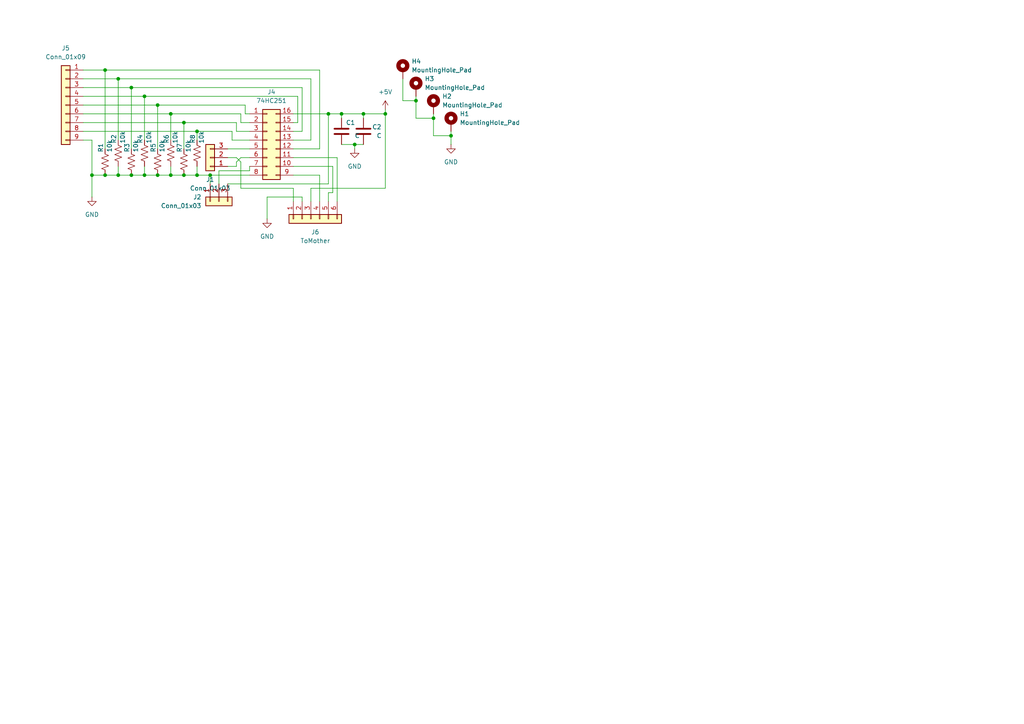
<source format=kicad_sch>
(kicad_sch (version 20231120) (generator "eeschema") (generator_version "8.0")
  (paper "A4")
  (lib_symbols
    (symbol "Connector_Generic:Conn_01x03" (pin_names (offset 1.016) hide)
      (property "Reference" "J" (at 0 5.08 0))
      (property "Value" "Conn_01x03" (at 0 -5.08 0))
      (symbol "Conn_01x03_1_1"
        (rectangle (start -1.27 -2.413) (end 0 -2.667) (stroke (width 0.1524)))
        (rectangle (start -1.27 0.127) (end 0 -0.127) (stroke (width 0.1524)))
        (rectangle (start -1.27 2.667) (end 0 2.413) (stroke (width 0.1524)))
        (rectangle (start -1.27 3.81) (end 1.27 -3.81) (stroke (width 0.254)) (fill (type background)))
        (pin passive line (at -5.08 2.54 0) (length 3.81) (name "Pin_1") (number "1"))
        (pin passive line (at -5.08 0 0) (length 3.81) (name "Pin_2") (number "2"))
        (pin passive line (at -5.08 -2.54 0) (length 3.81) (name "Pin_3") (number "3"))
      )
    )
    (symbol "Connector_Generic:Conn_01x06" (pin_names (offset 1.016) hide)
      (property "Reference" "J" (at 0 7.62 0))
      (property "Value" "Conn_01x06" (at 0 -10.16 0))
      (symbol "Conn_01x06_1_1"
        (rectangle (start -1.27 -7.493) (end 0 -7.747) (stroke (width 0.1524)))
        (rectangle (start -1.27 -4.953) (end 0 -5.207) (stroke (width 0.1524)))
        (rectangle (start -1.27 -2.413) (end 0 -2.667) (stroke (width 0.1524)))
        (rectangle (start -1.27 0.127) (end 0 -0.127) (stroke (width 0.1524)))
        (rectangle (start -1.27 2.667) (end 0 2.413) (stroke (width 0.1524)))
        (rectangle (start -1.27 5.207) (end 0 4.953) (stroke (width 0.1524)))
        (rectangle (start -1.27 6.35) (end 1.27 -8.89) (stroke (width 0.254)) (fill (type background)))
        (pin passive line (at -5.08 5.08 0) (length 3.81) (name "Pin_1") (number "1"))
        (pin passive line (at -5.08 2.54 0) (length 3.81) (name "Pin_2") (number "2"))
        (pin passive line (at -5.08 0 0) (length 3.81) (name "Pin_3") (number "3"))
        (pin passive line (at -5.08 -2.54 0) (length 3.81) (name "Pin_4") (number "4"))
        (pin passive line (at -5.08 -5.08 0) (length 3.81) (name "Pin_5") (number "5"))
        (pin passive line (at -5.08 -7.62 0) (length 3.81) (name "Pin_6") (number "6"))
      )
    )
    (symbol "Connector_Generic:Conn_01x09" (pin_names (offset 1.016) hide)
      (property "Reference" "J" (at 0 12.7 0))
      (property "Value" "Conn_01x09" (at 0 -12.7 0))
      (symbol "Conn_01x09_1_1"
        (rectangle (start -1.27 -10.033) (end 0 -10.287) (stroke (width 0.1524)))
        (rectangle (start -1.27 -7.493) (end 0 -7.747) (stroke (width 0.1524)))
        (rectangle (start -1.27 -4.953) (end 0 -5.207) (stroke (width 0.1524)))
        (rectangle (start -1.27 -2.413) (end 0 -2.667) (stroke (width 0.1524)))
        (rectangle (start -1.27 0.127) (end 0 -0.127) (stroke (width 0.1524)))
        (rectangle (start -1.27 2.667) (end 0 2.413) (stroke (width 0.1524)))
        (rectangle (start -1.27 5.207) (end 0 4.953) (stroke (width 0.1524)))
        (rectangle (start -1.27 7.747) (end 0 7.493) (stroke (width 0.1524)))
        (rectangle (start -1.27 10.287) (end 0 10.033) (stroke (width 0.1524)))
        (rectangle (start -1.27 11.43) (end 1.27 -11.43) (stroke (width 0.254)) (fill (type background)))
        (pin passive line (at -5.08 10.16 0) (length 3.81) (name "Pin_1") (number "1"))
        (pin passive line (at -5.08 7.62 0) (length 3.81) (name "Pin_2") (number "2"))
        (pin passive line (at -5.08 5.08 0) (length 3.81) (name "Pin_3") (number "3"))
        (pin passive line (at -5.08 2.54 0) (length 3.81) (name "Pin_4") (number "4"))
        (pin passive line (at -5.08 0 0) (length 3.81) (name "Pin_5") (number "5"))
        (pin passive line (at -5.08 -2.54 0) (length 3.81) (name "Pin_6") (number "6"))
        (pin passive line (at -5.08 -5.08 0) (length 3.81) (name "Pin_7") (number "7"))
        (pin passive line (at -5.08 -7.62 0) (length 3.81) (name "Pin_8") (number "8"))
        (pin passive line (at -5.08 -10.16 0) (length 3.81) (name "Pin_9") (number "9"))
      )
    )
    (symbol "Connector_Generic:Conn_02x08_Counter_Clockwise" (pin_names (offset 1.016) hide)
      (property "Reference" "J" (at 1.27 10.16 0))
      (property "Value" "Conn_02x08_Counter_Clockwise" (at 1.27 -12.7 0))
      (symbol "Conn_02x08_Counter_Clockwise_1_1"
        (rectangle (start -1.27 -10.033) (end 0 -10.287) (stroke (width 0.1524)))
        (rectangle (start -1.27 -7.493) (end 0 -7.747) (stroke (width 0.1524)))
        (rectangle (start -1.27 -4.953) (end 0 -5.207) (stroke (width 0.1524)))
        (rectangle (start -1.27 -2.413) (end 0 -2.667) (stroke (width 0.1524)))
        (rectangle (start -1.27 0.127) (end 0 -0.127) (stroke (width 0.1524)))
        (rectangle (start -1.27 2.667) (end 0 2.413) (stroke (width 0.1524)))
        (rectangle (start -1.27 5.207) (end 0 4.953) (stroke (width 0.1524)))
        (rectangle (start -1.27 7.747) (end 0 7.493) (stroke (width 0.1524)))
        (rectangle (start -1.27 8.89) (end 3.81 -11.43) (stroke (width 0.254)) (fill (type background)))
        (rectangle (start 3.81 -10.033) (end 2.54 -10.287) (stroke (width 0.1524)))
        (rectangle (start 3.81 -7.493) (end 2.54 -7.747) (stroke (width 0.1524)))
        (rectangle (start 3.81 -4.953) (end 2.54 -5.207) (stroke (width 0.1524)))
        (rectangle (start 3.81 -2.413) (end 2.54 -2.667) (stroke (width 0.1524)))
        (rectangle (start 3.81 0.127) (end 2.54 -0.127) (stroke (width 0.1524)))
        (rectangle (start 3.81 2.667) (end 2.54 2.413) (stroke (width 0.1524)))
        (rectangle (start 3.81 5.207) (end 2.54 4.953) (stroke (width 0.1524)))
        (rectangle (start 3.81 7.747) (end 2.54 7.493) (stroke (width 0.1524)))
        (pin passive line (at -5.08 7.62 0) (length 3.81) (name "Pin_1") (number "1"))
        (pin passive line (at 7.62 -7.62 180) (length 3.81) (name "Pin_10") (number "10"))
        (pin passive line (at 7.62 -5.08 180) (length 3.81) (name "Pin_11") (number "11"))
        (pin passive line (at 7.62 -2.54 180) (length 3.81) (name "Pin_12") (number "12"))
        (pin passive line (at 7.62 0 180) (length 3.81) (name "Pin_13") (number "13"))
        (pin passive line (at 7.62 2.54 180) (length 3.81) (name "Pin_14") (number "14"))
        (pin passive line (at 7.62 5.08 180) (length 3.81) (name "Pin_15") (number "15"))
        (pin passive line (at 7.62 7.62 180) (length 3.81) (name "Pin_16") (number "16"))
        (pin passive line (at -5.08 5.08 0) (length 3.81) (name "Pin_2") (number "2"))
        (pin passive line (at -5.08 2.54 0) (length 3.81) (name "Pin_3") (number "3"))
        (pin passive line (at -5.08 0 0) (length 3.81) (name "Pin_4") (number "4"))
        (pin passive line (at -5.08 -2.54 0) (length 3.81) (name "Pin_5") (number "5"))
        (pin passive line (at -5.08 -5.08 0) (length 3.81) (name "Pin_6") (number "6"))
        (pin passive line (at -5.08 -7.62 0) (length 3.81) (name "Pin_7") (number "7"))
        (pin passive line (at -5.08 -10.16 0) (length 3.81) (name "Pin_8") (number "8"))
        (pin passive line (at 7.62 -10.16 180) (length 3.81) (name "Pin_9") (number "9"))
      )
    )
    (symbol "Device:C" (pin_numbers hide) (pin_names (offset 0.254))
      (property "Reference" "C" (at 0.635 2.54 0))
      (property "Value" "C" (at 0.635 -2.54 0))
      (symbol "C_0_1"
        (polyline (pts (xy -2.032 -0.762) (xy 2.032 -0.762)) (stroke (width 0.508)))
        (polyline (pts (xy -2.032 0.762) (xy 2.032 0.762)) (stroke (width 0.508)))
      )
      (symbol "C_1_1"
        (pin passive line (at 0 3.81 270) (length 2.794) (name "~") (number "1"))
        (pin passive line (at 0 -3.81 90) (length 2.794) (name "~") (number "2"))
      )
    )
    (symbol "Device:R_US" (pin_numbers hide) (pin_names (offset 0))
      (property "Reference" "R" (at 2.54 0 90))
      (property "Value" "R_US" (at -2.54 0 90))
      (symbol "R_US_0_1"
        (polyline (pts (xy 0 -2.286) (xy 0 -2.54)))
        (polyline (pts (xy 0 2.286) (xy 0 2.54)))
        (polyline (pts (xy 0 -0.762) (xy 1.016 -1.143) (xy 0 -1.524) (xy -1.016 -1.905) (xy 0 -2.286)))
        (polyline (pts (xy 0 0.762) (xy 1.016 0.381) (xy 0 0) (xy -1.016 -0.381) (xy 0 -0.762)))
        (polyline (pts (xy 0 2.286) (xy 1.016 1.905) (xy 0 1.524) (xy -1.016 1.143) (xy 0 0.762)))
      )
      (symbol "R_US_1_1"
        (pin passive line (at 0 3.81 270) (length 1.27) (name "~") (number "1"))
        (pin passive line (at 0 -3.81 90) (length 1.27) (name "~") (number "2"))
      )
    )
    (symbol "Mechanical:MountingHole_Pad" (pin_numbers hide) (pin_names (offset 1.016) hide) (exclude_from_sim yes) (in_bom no)
      (property "Reference" "H" (at 0 6.35 0))
      (property "Value" "MountingHole_Pad" (at 0 4.445 0))
      (symbol "MountingHole_Pad_0_1"
        (circle (center 0 1.27) (radius 1.27) (stroke (width 1.27)))
      )
      (symbol "MountingHole_Pad_1_1"
        (pin input line (at 0 -2.54 90) (length 2.54) (name "1") (number "1"))
      )
    )
    (symbol "power:+5V" (power) (pin_numbers hide) (pin_names (offset 0) hide)
      (property "Value" "+5V" (at 0 3.556 0))
      (symbol "+5V_0_1"
        (polyline (pts (xy -0.762 1.27) (xy 0 2.54)))
        (polyline (pts (xy 0 0) (xy 0 2.54)))
        (polyline (pts (xy 0 2.54) (xy 0.762 1.27)))
      )
      (symbol "+5V_1_1"
        (pin power_in line (at 0 0 90) (length 0) (name "~") (number "1"))
      )
    )
    (symbol "power:GND" (power) (pin_numbers hide) (pin_names (offset 0) hide)
      (property "Value" "GND" (at 0 -3.81 0))
      (symbol "GND_0_1"
        (polyline (pts (xy 0 0) (xy 0 -1.27) (xy 1.27 -1.27) (xy 0 -2.54) (xy -1.27 -1.27) (xy 0 -1.27)))
      )
      (symbol "GND_1_1"
        (pin power_in line (at 0 0 270) (length 0) (name "~") (number "1"))
      )
    )
  )
  (junction (at 102.87 41.91))
  (junction (at 41.91 27.94))
  (junction (at 41.91 50.8))
  (junction (at 53.34 35.56))
  (junction (at 99.06 33.02))
  (junction (at 26.67 50.8))
  (junction (at 105.41 33.02))
  (junction (at 30.48 20.32))
  (junction (at 38.1 50.8))
  (junction (at 53.34 50.8))
  (junction (at 95.25 33.02))
  (junction (at 125.73 34.29))
  (junction (at 60.96 50.8))
  (junction (at 49.53 50.8))
  (junction (at 120.65 29.21))
  (junction (at 38.1 25.4))
  (junction (at 45.72 50.8))
  (junction (at 34.29 50.8))
  (junction (at 45.72 30.48))
  (junction (at 57.15 38.1))
  (junction (at 49.53 33.02))
  (junction (at 130.81 39.37))
  (junction (at 30.48 50.8))
  (junction (at 34.29 22.86))
  (junction (at 111.76 33.02))
  (junction (at 57.15 50.8))
  (wire (pts (xy 68.58 38.1) (xy 72.39 38.1)))
  (wire (pts (xy 34.29 48.26) (xy 34.29 50.8)))
  (wire (pts (xy 45.72 50.8) (xy 49.53 50.8)))
  (wire (pts (xy 99.06 33.02) (xy 105.41 33.02)))
  (wire (pts (xy 90.17 54.61) (xy 90.17 58.42)))
  (wire (pts (xy 45.72 30.48) (xy 24.13 30.48)))
  (wire (pts (xy 24.13 27.94) (xy 41.91 27.94)))
  (wire (pts (xy 69.85 33.02) (xy 49.53 33.02)))
  (wire (pts (xy 30.48 20.32) (xy 30.48 43.18)))
  (wire (pts (xy 60.96 50.8) (xy 60.96 53.34)))
  (wire (pts (xy 120.65 29.21) (xy 120.65 34.29)))
  (wire (pts (xy 71.12 33.02) (xy 72.39 33.02)))
  (wire (pts (xy 69.85 35.56) (xy 69.85 33.02)))
  (wire (pts (xy 67.31 40.64) (xy 72.39 40.64)))
  (wire (pts (xy 57.15 38.1) (xy 57.15 40.64)))
  (wire (pts (xy 95.25 55.88) (xy 96.52 55.88)))
  (wire (pts (xy 116.84 29.21) (xy 120.65 29.21)))
  (wire (pts (xy 85.09 40.64) (xy 90.17 40.64)))
  (wire (pts (xy 68.58 35.56) (xy 53.34 35.56)))
  (wire (pts (xy 60.96 50.8) (xy 72.39 50.8)))
  (wire (pts (xy 34.29 50.8) (xy 38.1 50.8)))
  (wire (pts (xy 72.39 49.53) (xy 72.39 48.26)))
  (wire (pts (xy 95.25 53.34) (xy 95.25 33.02)))
  (wire (pts (xy 125.73 33.02) (xy 125.73 34.29)))
  (wire (pts (xy 26.67 50.8) (xy 30.48 50.8)))
  (wire (pts (xy 77.47 57.15) (xy 87.63 57.15)))
  (wire (pts (xy 130.81 39.37) (xy 130.81 41.91)))
  (wire (pts (xy 24.13 40.64) (xy 26.67 40.64)))
  (wire (pts (xy 85.09 45.72) (xy 97.79 45.72)))
  (wire (pts (xy 30.48 50.8) (xy 34.29 50.8)))
  (wire (pts (xy 85.09 50.8) (xy 92.71 50.8)))
  (wire (pts (xy 87.63 25.4) (xy 38.1 25.4)))
  (wire (pts (xy 71.12 33.02) (xy 71.12 30.48)))
  (wire (pts (xy 102.87 41.91) (xy 105.41 41.91)))
  (wire (pts (xy 105.41 33.02) (xy 105.41 34.29)))
  (wire (pts (xy 49.53 33.02) (xy 24.13 33.02)))
  (wire (pts (xy 69.85 45.72) (xy 68.58 46.99)))
  (wire (pts (xy 120.65 27.94) (xy 120.65 29.21)))
  (wire (pts (xy 102.87 43.18) (xy 102.87 41.91)))
  (wire (pts (xy 71.12 30.48) (xy 45.72 30.48)))
  (wire (pts (xy 57.15 38.1) (xy 24.13 38.1)))
  (wire (pts (xy 90.17 22.86) (xy 34.29 22.86)))
  (wire (pts (xy 95.25 33.02) (xy 99.06 33.02)))
  (wire (pts (xy 130.81 38.1) (xy 130.81 39.37)))
  (wire (pts (xy 41.91 27.94) (xy 86.36 27.94)))
  (wire (pts (xy 26.67 57.15) (xy 26.67 50.8)))
  (wire (pts (xy 53.34 50.8) (xy 57.15 50.8)))
  (wire (pts (xy 125.73 34.29) (xy 125.73 39.37)))
  (wire (pts (xy 90.17 40.64) (xy 90.17 22.86)))
  (wire (pts (xy 77.47 57.15) (xy 77.47 63.5)))
  (wire (pts (xy 99.06 33.02) (xy 99.06 34.29)))
  (wire (pts (xy 116.84 22.86) (xy 116.84 29.21)))
  (wire (pts (xy 63.5 53.34) (xy 63.5 49.53)))
  (wire (pts (xy 105.41 33.02) (xy 111.76 33.02)))
  (wire (pts (xy 34.29 22.86) (xy 24.13 22.86)))
  (wire (pts (xy 111.76 31.75) (xy 111.76 33.02)))
  (wire (pts (xy 45.72 30.48) (xy 45.72 43.18)))
  (wire (pts (xy 72.39 45.72) (xy 69.85 45.72)))
  (wire (pts (xy 34.29 22.86) (xy 34.29 40.64)))
  (wire (pts (xy 95.25 55.88) (xy 95.25 58.42)))
  (wire (pts (xy 125.73 39.37) (xy 130.81 39.37)))
  (wire (pts (xy 87.63 57.15) (xy 87.63 58.42)))
  (wire (pts (xy 24.13 20.32) (xy 30.48 20.32)))
  (wire (pts (xy 67.31 38.1) (xy 57.15 38.1)))
  (wire (pts (xy 69.85 54.61) (xy 85.09 54.61)))
  (wire (pts (xy 38.1 50.8) (xy 41.91 50.8)))
  (wire (pts (xy 120.65 34.29) (xy 125.73 34.29)))
  (wire (pts (xy 53.34 35.56) (xy 53.34 43.18)))
  (wire (pts (xy 85.09 38.1) (xy 87.63 38.1)))
  (wire (pts (xy 68.58 45.72) (xy 69.85 46.99)))
  (wire (pts (xy 38.1 25.4) (xy 24.13 25.4)))
  (wire (pts (xy 96.52 48.26) (xy 96.52 55.88)))
  (wire (pts (xy 111.76 54.61) (xy 111.76 33.02)))
  (wire (pts (xy 69.85 46.99) (xy 69.85 54.61)))
  (wire (pts (xy 85.09 54.61) (xy 85.09 58.42)))
  (wire (pts (xy 49.53 33.02) (xy 49.53 40.64)))
  (wire (pts (xy 90.17 54.61) (xy 111.76 54.61)))
  (wire (pts (xy 49.53 50.8) (xy 53.34 50.8)))
  (wire (pts (xy 99.06 41.91) (xy 102.87 41.91)))
  (wire (pts (xy 97.79 45.72) (xy 97.79 58.42)))
  (wire (pts (xy 85.09 48.26) (xy 96.52 48.26)))
  (wire (pts (xy 69.85 35.56) (xy 72.39 35.56)))
  (wire (pts (xy 38.1 25.4) (xy 38.1 43.18)))
  (wire (pts (xy 26.67 40.64) (xy 26.67 50.8)))
  (wire (pts (xy 66.04 53.34) (xy 95.25 53.34)))
  (wire (pts (xy 68.58 46.99) (xy 68.58 48.26)))
  (wire (pts (xy 67.31 40.64) (xy 67.31 38.1)))
  (wire (pts (xy 57.15 50.8) (xy 60.96 50.8)))
  (wire (pts (xy 68.58 38.1) (xy 68.58 35.56)))
  (wire (pts (xy 92.71 43.18) (xy 85.09 43.18)))
  (wire (pts (xy 57.15 48.26) (xy 57.15 50.8)))
  (wire (pts (xy 30.48 20.32) (xy 92.71 20.32)))
  (wire (pts (xy 66.04 43.18) (xy 72.39 43.18)))
  (wire (pts (xy 53.34 35.56) (xy 24.13 35.56)))
  (wire (pts (xy 86.36 27.94) (xy 86.36 35.56)))
  (wire (pts (xy 49.53 48.26) (xy 49.53 50.8)))
  (wire (pts (xy 86.36 35.56) (xy 85.09 35.56)))
  (wire (pts (xy 63.5 49.53) (xy 72.39 49.53)))
  (wire (pts (xy 92.71 20.32) (xy 92.71 43.18)))
  (wire (pts (xy 41.91 27.94) (xy 41.91 40.64)))
  (wire (pts (xy 41.91 48.26) (xy 41.91 50.8)))
  (wire (pts (xy 85.09 33.02) (xy 95.25 33.02)))
  (wire (pts (xy 41.91 50.8) (xy 45.72 50.8)))
  (wire (pts (xy 92.71 50.8) (xy 92.71 58.42)))
  (wire (pts (xy 87.63 38.1) (xy 87.63 25.4)))
  (wire (pts (xy 66.04 45.72) (xy 68.58 45.72)))
  (wire (pts (xy 66.04 48.26) (xy 68.58 48.26)))
  (symbol (lib_id "Connector_Generic:Conn_01x03") (at 60.96 45.72 180) (unit 1)
    (property "Reference" "J1" (at 60.96 52.07 0))
    (property "Value" "Conn_01x03" (at 60.96 54.61 0))
    (property "Footprint" "Connector_PinHeader_2.54mm:PinHeader_1x03_P2.54mm_Vertical" (effects (hide yes)))
    (property "Description" "Generic connector, single row, 01x03, script generated (kicad-library-utils/schlib/autogen/connector/)" (effects (hide yes)))
  )
  (symbol (lib_id "power:GND") (at 26.67 57.15 0) (unit 1)
    (property "Reference" "#PWR01" (effects (hide yes)))
    (property "Value" "GND" (at 26.67 62.23 0))
    (property "Description" "Power symbol creates a global label with name \"GND\" , ground" (effects (hide yes)))
  )
  (symbol (lib_id "Mechanical:MountingHole_Pad") (at 130.81 35.56 0) (unit 1) (exclude_from_sim yes) (in_bom no)
    (property "Reference" "H1" (at 133.35 33.0199 0) (effects (justify left)))
    (property "Value" "MountingHole_Pad" (at 133.35 35.5599 0) (effects (justify left)))
    (property "Footprint" "MountingHole:MountingHole_2.2mm_M2_DIN965_Pad" (effects (hide yes)))
    (property "Description" "Mounting Hole with connection" (effects (hide yes)))
  )
  (symbol (lib_id "Mechanical:MountingHole_Pad") (at 125.73 30.48 0) (unit 1) (exclude_from_sim yes) (in_bom no)
    (property "Reference" "H2" (at 128.27 27.9399 0) (effects (justify left)))
    (property "Value" "MountingHole_Pad" (at 128.27 30.4799 0) (effects (justify left)))
    (property "Footprint" "MountingHole:MountingHole_2.2mm_M2_DIN965_Pad" (effects (hide yes)))
    (property "Description" "Mounting Hole with connection" (effects (hide yes)))
  )
  (symbol (lib_id "Connector_Generic:Conn_01x06") (at 90.17 63.5 90) (mirror x) (unit 1)
    (property "Reference" "J6" (at 91.44 67.31 90))
    (property "Value" "ToMother" (at 91.44 69.85 90))
    (property "Footprint" "Connector_PinSocket_2.54mm:PinSocket_1x06_P2.54mm_Vertical" (effects (hide yes)))
    (property "Description" "Generic connector, single row, 01x06, script generated (kicad-library-utils/schlib/autogen/connector/)" (effects (hide yes)))
  )
  (symbol (lib_id "Device:R_US") (at 57.15 44.45 0) (unit 1)
    (property "Reference" "R8" (at 55.88 41.656 90) (effects (justify left)))
    (property "Value" "10k" (at 58.42 41.656 90) (effects (justify left)))
    (property "Footprint" "Resistor_THT:R_Axial_DIN0207_L6.3mm_D2.5mm_P10.16mm_Horizontal" (effects (hide yes)))
    (property "Description" "Resistor, US symbol" (effects (hide yes)))
  )
  (symbol (lib_id "Mechanical:MountingHole_Pad") (at 120.65 25.4 0) (unit 1) (exclude_from_sim yes) (in_bom no)
    (property "Reference" "H3" (at 123.19 22.8599 0) (effects (justify left)))
    (property "Value" "MountingHole_Pad" (at 123.19 25.3999 0) (effects (justify left)))
    (property "Footprint" "MountingHole:MountingHole_2.2mm_M2_DIN965_Pad" (effects (hide yes)))
    (property "Description" "Mounting Hole with connection" (effects (hide yes)))
  )
  (symbol (lib_id "Device:R_US") (at 53.34 46.99 0) (unit 1)
    (property "Reference" "R7" (at 52.07 44.196 90) (effects (justify left)))
    (property "Value" "10k" (at 54.61 44.196 90) (effects (justify left)))
    (property "Footprint" "Resistor_THT:R_Axial_DIN0207_L6.3mm_D2.5mm_P10.16mm_Horizontal" (effects (hide yes)))
    (property "Description" "Resistor, US symbol" (effects (hide yes)))
  )
  (symbol (lib_id "Device:C") (at 105.41 38.1 0) (unit 1)
    (property "Reference" "C2" (at 107.95 36.83 0) (effects (justify left)))
    (property "Value" "C" (at 109.22 39.3699 0) (effects (justify left)))
    (property "Footprint" "Capacitor_THT:C_Radial_D6.3mm_H7.0mm_P2.50mm" (effects (hide yes)))
    (property "Description" "Unpolarized capacitor" (effects (hide yes)))
  )
  (symbol (lib_id "Device:R_US") (at 38.1 46.99 0) (unit 1)
    (property "Reference" "R3" (at 36.83 44.196 90) (effects (justify left)))
    (property "Value" "10k" (at 39.37 44.196 90) (effects (justify left)))
    (property "Footprint" "Resistor_THT:R_Axial_DIN0207_L6.3mm_D2.5mm_P10.16mm_Horizontal" (effects (hide yes)))
    (property "Description" "Resistor, US symbol" (effects (hide yes)))
  )
  (symbol (lib_id "power:GND") (at 130.81 41.91 0) (unit 1)
    (property "Reference" "#PWR04" (effects (hide yes)))
    (property "Value" "GND" (at 130.81 46.99 0))
    (property "Description" "Power symbol creates a global label with name \"GND\" , ground" (effects (hide yes)))
  )
  (symbol (lib_id "Connector_Generic:Conn_02x08_Counter_Clockwise") (at 77.47 40.64 0) (unit 1)
    (property "Reference" "J4" (at 78.74 26.67 0))
    (property "Value" "74HC251" (at 78.74 29.21 0))
    (property "Footprint" "Package_DIP:DIP-16_W7.62mm" (effects (hide yes)))
    (property "Description" "Generic connector, double row, 02x08, counter clockwise pin numbering scheme (similar to DIP package numbering), script generated (kicad-library-utils/schlib/autogen/connector/)" (effects (hide yes)))
  )
  (symbol (lib_id "power:+5V") (at 111.76 31.75 0) (unit 1)
    (property "Reference" "#PWR03" (effects (hide yes)))
    (property "Value" "+5V" (at 111.76 26.67 0))
    (property "Description" "Power symbol creates a global label with name \"+5V\"" (effects (hide yes)))
  )
  (symbol (lib_id "power:GND") (at 77.47 63.5 0) (unit 1)
    (property "Reference" "#PWR05" (effects (hide yes)))
    (property "Value" "GND" (at 77.47 68.58 0))
    (property "Description" "Power symbol creates a global label with name \"GND\" , ground" (effects (hide yes)))
  )
  (symbol (lib_id "Device:R_US") (at 41.91 44.45 0) (unit 1)
    (property "Reference" "R4" (at 40.64 41.656 90) (effects (justify left)))
    (property "Value" "10k" (at 43.18 41.656 90) (effects (justify left)))
    (property "Footprint" "Resistor_THT:R_Axial_DIN0207_L6.3mm_D2.5mm_P10.16mm_Horizontal" (effects (hide yes)))
    (property "Description" "Resistor, US symbol" (effects (hide yes)))
  )
  (symbol (lib_id "Connector_Generic:Conn_01x03") (at 63.5 58.42 90) (mirror x) (unit 1)
    (property "Reference" "J2" (at 58.42 57.1499 90) (effects (justify left)))
    (property "Value" "Conn_01x03" (at 58.42 59.6899 90) (effects (justify left)))
    (property "Footprint" "Connector_PinHeader_2.54mm:PinHeader_1x03_P2.54mm_Vertical" (effects (hide yes)))
    (property "Description" "Generic connector, single row, 01x03, script generated (kicad-library-utils/schlib/autogen/connector/)" (effects (hide yes)))
  )
  (symbol (lib_id "power:GND") (at 102.87 43.18 0) (unit 1)
    (property "Reference" "#PWR02" (effects (hide yes)))
    (property "Value" "GND" (at 102.87 48.26 0))
    (property "Description" "Power symbol creates a global label with name \"GND\" , ground" (effects (hide yes)))
  )
  (symbol (lib_id "Device:R_US") (at 45.72 46.99 0) (unit 1)
    (property "Reference" "R5" (at 44.45 44.196 90) (effects (justify left)))
    (property "Value" "10k" (at 46.99 44.196 90) (effects (justify left)))
    (property "Footprint" "Resistor_THT:R_Axial_DIN0207_L6.3mm_D2.5mm_P10.16mm_Horizontal" (effects (hide yes)))
    (property "Description" "Resistor, US symbol" (effects (hide yes)))
  )
  (symbol (lib_id "Mechanical:MountingHole_Pad") (at 116.84 20.32 0) (unit 1) (exclude_from_sim yes) (in_bom no)
    (property "Reference" "H4" (at 119.38 17.7799 0) (effects (justify left)))
    (property "Value" "MountingHole_Pad" (at 119.38 20.3199 0) (effects (justify left)))
    (property "Footprint" "MountingHole:MountingHole_2.2mm_M2_DIN965_Pad" (effects (hide yes)))
    (property "Description" "Mounting Hole with connection" (effects (hide yes)))
  )
  (symbol (lib_id "Device:C") (at 99.06 38.1 0) (unit 1)
    (property "Reference" "C1" (at 100.33 35.56 0) (effects (justify left)))
    (property "Value" "C" (at 102.87 39.3699 0) (effects (justify left)))
    (property "Footprint" "Capacitor_THT:C_Radial_D6.3mm_H7.0mm_P2.50mm" (effects (hide yes)))
    (property "Description" "Unpolarized capacitor" (effects (hide yes)))
  )
  (symbol (lib_id "Device:R_US") (at 34.29 44.45 0) (unit 1)
    (property "Reference" "R2" (at 33.02 41.656 90) (effects (justify left)))
    (property "Value" "10k" (at 35.56 41.656 90) (effects (justify left)))
    (property "Footprint" "Resistor_THT:R_Axial_DIN0207_L6.3mm_D2.5mm_P10.16mm_Horizontal" (effects (hide yes)))
    (property "Description" "Resistor, US symbol" (effects (hide yes)))
  )
  (symbol (lib_id "Connector_Generic:Conn_01x09") (at 19.05 30.48 0) (mirror y) (unit 1)
    (property "Reference" "J5" (at 19.05 13.97 0))
    (property "Value" "Conn_01x09" (at 19.05 16.51 0))
    (property "Footprint" "Connector_PinSocket_2.54mm:PinSocket_1x09_P2.54mm_Vertical" (effects (hide yes)))
    (property "Description" "Generic connector, single row, 01x09, script generated (kicad-library-utils/schlib/autogen/connector/)" (effects (hide yes)))
  )
  (symbol (lib_id "Device:R_US") (at 49.53 44.45 0) (unit 1)
    (property "Reference" "R6" (at 48.26 41.656 90) (effects (justify left)))
    (property "Value" "10k" (at 50.8 41.656 90) (effects (justify left)))
    (property "Footprint" "Resistor_THT:R_Axial_DIN0207_L6.3mm_D2.5mm_P10.16mm_Horizontal" (effects (hide yes)))
    (property "Description" "Resistor, US symbol" (effects (hide yes)))
  )
  (symbol (lib_id "Device:R_US") (at 30.48 46.99 0) (unit 1)
    (property "Reference" "R1" (at 29.21 44.196 90) (effects (justify left)))
    (property "Value" "10k" (at 31.75 44.196 90) (effects (justify left)))
    (property "Footprint" "Resistor_THT:R_Axial_DIN0207_L6.3mm_D2.5mm_P10.16mm_Horizontal" (effects (hide yes)))
    (property "Description" "Resistor, US symbol" (effects (hide yes)))
  )
)
</source>
